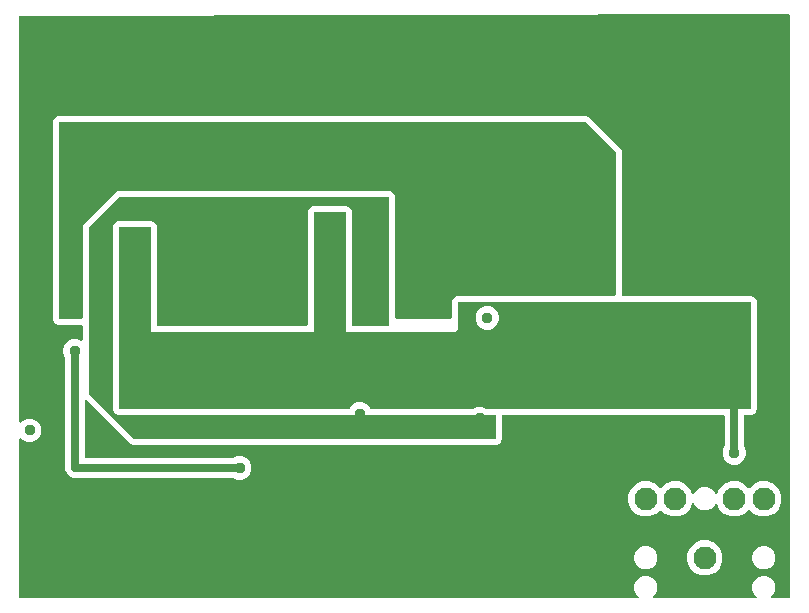
<source format=gbr>
G04 EAGLE Gerber RS-274X export*
G75*
%MOMM*%
%FSLAX34Y34*%
%LPD*%
%INEAGLE Copper Layer 15*%
%IPPOS*%
%AMOC8*
5,1,8,0,0,1.08239X$1,22.5*%
G01*
%ADD10C,1.950000*%
%ADD11C,0.952500*%
%ADD12C,0.635000*%
%ADD13C,0.762000*%

G36*
X527193Y3815D02*
X527193Y3815D01*
X527222Y3812D01*
X527333Y3835D01*
X527445Y3851D01*
X527472Y3863D01*
X527501Y3868D01*
X527602Y3921D01*
X527705Y3967D01*
X527727Y3986D01*
X527753Y3999D01*
X527835Y4077D01*
X527922Y4150D01*
X527938Y4175D01*
X527959Y4195D01*
X528016Y4293D01*
X528079Y4387D01*
X528088Y4415D01*
X528103Y4440D01*
X528131Y4550D01*
X528165Y4658D01*
X528166Y4688D01*
X528173Y4716D01*
X528169Y4829D01*
X528172Y4942D01*
X528165Y4971D01*
X528164Y5000D01*
X528129Y5108D01*
X528101Y5217D01*
X528086Y5243D01*
X528077Y5271D01*
X528031Y5334D01*
X527955Y5462D01*
X527910Y5505D01*
X527882Y5544D01*
X525883Y7543D01*
X524389Y11149D01*
X524389Y15051D01*
X525883Y18657D01*
X528643Y21417D01*
X532249Y22911D01*
X536151Y22911D01*
X539757Y21417D01*
X542517Y18657D01*
X544011Y15051D01*
X544011Y11149D01*
X542517Y7543D01*
X540518Y5544D01*
X540501Y5520D01*
X540478Y5501D01*
X540416Y5407D01*
X540347Y5317D01*
X540337Y5289D01*
X540321Y5265D01*
X540286Y5157D01*
X540246Y5051D01*
X540244Y5022D01*
X540235Y4994D01*
X540232Y4880D01*
X540223Y4768D01*
X540228Y4739D01*
X540228Y4710D01*
X540256Y4600D01*
X540279Y4489D01*
X540292Y4463D01*
X540299Y4435D01*
X540357Y4337D01*
X540410Y4237D01*
X540430Y4215D01*
X540445Y4190D01*
X540527Y4113D01*
X540605Y4031D01*
X540631Y4016D01*
X540652Y3996D01*
X540753Y3944D01*
X540851Y3887D01*
X540879Y3880D01*
X540905Y3866D01*
X540982Y3853D01*
X541126Y3817D01*
X541189Y3819D01*
X541236Y3811D01*
X627164Y3811D01*
X627193Y3815D01*
X627222Y3812D01*
X627333Y3835D01*
X627445Y3851D01*
X627472Y3863D01*
X627501Y3868D01*
X627602Y3921D01*
X627705Y3967D01*
X627727Y3986D01*
X627753Y3999D01*
X627835Y4077D01*
X627922Y4150D01*
X627938Y4175D01*
X627959Y4195D01*
X628016Y4293D01*
X628079Y4387D01*
X628088Y4415D01*
X628103Y4440D01*
X628131Y4550D01*
X628165Y4658D01*
X628166Y4688D01*
X628173Y4716D01*
X628169Y4829D01*
X628172Y4942D01*
X628165Y4971D01*
X628164Y5000D01*
X628129Y5108D01*
X628101Y5217D01*
X628086Y5243D01*
X628077Y5271D01*
X628031Y5334D01*
X627955Y5462D01*
X627910Y5505D01*
X627882Y5544D01*
X625883Y7543D01*
X624389Y11149D01*
X624389Y15051D01*
X625883Y18657D01*
X628643Y21417D01*
X632249Y22911D01*
X636151Y22911D01*
X639757Y21417D01*
X642517Y18657D01*
X644011Y15051D01*
X644011Y11149D01*
X642517Y7543D01*
X640518Y5544D01*
X640501Y5520D01*
X640478Y5501D01*
X640416Y5407D01*
X640347Y5317D01*
X640337Y5289D01*
X640321Y5265D01*
X640286Y5157D01*
X640246Y5051D01*
X640244Y5022D01*
X640235Y4994D01*
X640232Y4880D01*
X640223Y4768D01*
X640228Y4739D01*
X640228Y4710D01*
X640256Y4600D01*
X640279Y4489D01*
X640292Y4463D01*
X640299Y4435D01*
X640357Y4337D01*
X640410Y4237D01*
X640430Y4215D01*
X640445Y4190D01*
X640527Y4113D01*
X640605Y4031D01*
X640631Y4016D01*
X640652Y3996D01*
X640753Y3944D01*
X640851Y3887D01*
X640879Y3880D01*
X640905Y3866D01*
X640982Y3853D01*
X641126Y3817D01*
X641189Y3819D01*
X641236Y3811D01*
X655374Y3811D01*
X655432Y3819D01*
X655490Y3817D01*
X655572Y3839D01*
X655656Y3851D01*
X655709Y3874D01*
X655765Y3889D01*
X655838Y3932D01*
X655915Y3967D01*
X655960Y4005D01*
X656010Y4034D01*
X656068Y4096D01*
X656132Y4150D01*
X656164Y4199D01*
X656204Y4242D01*
X656243Y4317D01*
X656290Y4387D01*
X656307Y4443D01*
X656334Y4495D01*
X656345Y4563D01*
X656375Y4658D01*
X656378Y4758D01*
X656389Y4826D01*
X656389Y497325D01*
X656381Y497384D01*
X656382Y497443D01*
X656361Y497524D01*
X656349Y497606D01*
X656325Y497660D01*
X656310Y497718D01*
X656267Y497790D01*
X656233Y497866D01*
X656195Y497911D01*
X656164Y497962D01*
X656103Y498019D01*
X656050Y498083D01*
X656000Y498116D01*
X655957Y498156D01*
X655882Y498194D01*
X655813Y498240D01*
X655756Y498258D01*
X655703Y498285D01*
X655636Y498296D01*
X655542Y498326D01*
X655441Y498329D01*
X655372Y498340D01*
X4824Y497089D01*
X4767Y497080D01*
X4710Y497082D01*
X4627Y497060D01*
X4543Y497048D01*
X4490Y497025D01*
X4435Y497010D01*
X4361Y496967D01*
X4283Y496931D01*
X4240Y496894D01*
X4190Y496865D01*
X4132Y496803D01*
X4067Y496747D01*
X4035Y496699D01*
X3996Y496657D01*
X3957Y496582D01*
X3910Y496510D01*
X3892Y496455D01*
X3866Y496404D01*
X3855Y496336D01*
X3824Y496239D01*
X3822Y496141D01*
X3811Y496073D01*
X3811Y153532D01*
X3815Y153503D01*
X3812Y153474D01*
X3835Y153363D01*
X3851Y153251D01*
X3863Y153224D01*
X3868Y153195D01*
X3921Y153094D01*
X3967Y152991D01*
X3986Y152969D01*
X3999Y152943D01*
X4077Y152861D01*
X4150Y152774D01*
X4175Y152758D01*
X4195Y152737D01*
X4293Y152680D01*
X4387Y152617D01*
X4415Y152608D01*
X4440Y152593D01*
X4550Y152565D01*
X4658Y152531D01*
X4688Y152530D01*
X4716Y152523D01*
X4829Y152527D01*
X4942Y152524D01*
X4971Y152531D01*
X5000Y152532D01*
X5108Y152567D01*
X5217Y152595D01*
X5243Y152610D01*
X5271Y152619D01*
X5335Y152665D01*
X5462Y152741D01*
X5505Y152786D01*
X5544Y152814D01*
X7124Y154395D01*
X10742Y155893D01*
X14658Y155893D01*
X18276Y154395D01*
X21045Y151626D01*
X22543Y148008D01*
X22543Y144092D01*
X21045Y140474D01*
X18276Y137705D01*
X14658Y136207D01*
X10742Y136207D01*
X7124Y137705D01*
X5544Y139286D01*
X5520Y139303D01*
X5501Y139326D01*
X5407Y139388D01*
X5317Y139457D01*
X5289Y139467D01*
X5265Y139483D01*
X5157Y139517D01*
X5051Y139558D01*
X5022Y139560D01*
X4994Y139569D01*
X4880Y139572D01*
X4768Y139581D01*
X4739Y139576D01*
X4710Y139576D01*
X4600Y139548D01*
X4489Y139525D01*
X4463Y139512D01*
X4435Y139505D01*
X4337Y139447D01*
X4237Y139395D01*
X4215Y139374D01*
X4190Y139359D01*
X4113Y139277D01*
X4031Y139199D01*
X4016Y139173D01*
X3996Y139152D01*
X3944Y139051D01*
X3887Y138953D01*
X3880Y138925D01*
X3866Y138899D01*
X3853Y138822D01*
X3817Y138678D01*
X3819Y138615D01*
X3811Y138568D01*
X3811Y4826D01*
X3819Y4768D01*
X3817Y4710D01*
X3839Y4628D01*
X3851Y4544D01*
X3874Y4491D01*
X3889Y4435D01*
X3932Y4362D01*
X3967Y4285D01*
X4005Y4240D01*
X4034Y4190D01*
X4096Y4132D01*
X4150Y4068D01*
X4199Y4036D01*
X4242Y3996D01*
X4317Y3957D01*
X4387Y3910D01*
X4443Y3893D01*
X4495Y3866D01*
X4563Y3855D01*
X4658Y3825D01*
X4758Y3822D01*
X4826Y3811D01*
X527164Y3811D01*
X527193Y3815D01*
G37*
%LPC*%
G36*
X188542Y104457D02*
X188542Y104457D01*
X184896Y105967D01*
X184866Y105975D01*
X184839Y105989D01*
X184761Y106002D01*
X184621Y106038D01*
X184556Y106036D01*
X184508Y106044D01*
X49158Y106044D01*
X46123Y107301D01*
X43801Y109623D01*
X42544Y112658D01*
X42544Y207328D01*
X42540Y207358D01*
X42542Y207389D01*
X42525Y207466D01*
X42504Y207609D01*
X42478Y207668D01*
X42467Y207716D01*
X40957Y211362D01*
X40957Y215278D01*
X42455Y218896D01*
X45224Y221665D01*
X48842Y223163D01*
X52758Y223163D01*
X55999Y221821D01*
X56111Y221792D01*
X56220Y221757D01*
X56248Y221757D01*
X56275Y221750D01*
X56389Y221753D01*
X56504Y221750D01*
X56531Y221757D01*
X56559Y221758D01*
X56668Y221793D01*
X56779Y221822D01*
X56803Y221836D01*
X56830Y221844D01*
X56925Y221908D01*
X57024Y221967D01*
X57043Y221987D01*
X57066Y222003D01*
X57140Y222091D01*
X57218Y222174D01*
X57231Y222199D01*
X57249Y222220D01*
X57296Y222325D01*
X57348Y222427D01*
X57352Y222452D01*
X57364Y222480D01*
X57401Y222744D01*
X57403Y222759D01*
X57403Y234188D01*
X57395Y234246D01*
X57397Y234304D01*
X57375Y234386D01*
X57363Y234470D01*
X57340Y234523D01*
X57325Y234579D01*
X57282Y234652D01*
X57247Y234729D01*
X57209Y234774D01*
X57180Y234824D01*
X57118Y234882D01*
X57064Y234946D01*
X57015Y234978D01*
X56972Y235018D01*
X56897Y235057D01*
X56827Y235104D01*
X56771Y235121D01*
X56719Y235148D01*
X56651Y235159D01*
X56556Y235189D01*
X56456Y235192D01*
X56388Y235203D01*
X36887Y235203D01*
X34646Y236131D01*
X32931Y237846D01*
X32003Y240087D01*
X32003Y407613D01*
X32931Y409854D01*
X34646Y411569D01*
X36887Y412497D01*
X483813Y412497D01*
X486054Y411569D01*
X513169Y384454D01*
X514097Y382213D01*
X514097Y261112D01*
X514105Y261054D01*
X514103Y260996D01*
X514125Y260914D01*
X514137Y260830D01*
X514160Y260777D01*
X514175Y260721D01*
X514218Y260648D01*
X514253Y260571D01*
X514291Y260526D01*
X514320Y260476D01*
X514382Y260418D01*
X514436Y260354D01*
X514485Y260322D01*
X514528Y260282D01*
X514603Y260243D01*
X514673Y260196D01*
X514729Y260179D01*
X514781Y260152D01*
X514849Y260141D01*
X514944Y260111D01*
X515044Y260108D01*
X515112Y260097D01*
X623513Y260097D01*
X625754Y259169D01*
X627469Y257454D01*
X628397Y255213D01*
X628397Y163992D01*
X627469Y161751D01*
X625754Y160036D01*
X623513Y159108D01*
X618471Y159108D01*
X618413Y159100D01*
X618355Y159102D01*
X618273Y159080D01*
X618189Y159068D01*
X618136Y159044D01*
X618080Y159030D01*
X618007Y158987D01*
X617930Y158952D01*
X617885Y158914D01*
X617835Y158884D01*
X617777Y158823D01*
X617713Y158768D01*
X617681Y158720D01*
X617641Y158677D01*
X617602Y158602D01*
X617555Y158532D01*
X617538Y158476D01*
X617511Y158424D01*
X617500Y158356D01*
X617470Y158261D01*
X617467Y158161D01*
X617456Y158093D01*
X617456Y132992D01*
X617460Y132962D01*
X617458Y132931D01*
X617475Y132854D01*
X617496Y132711D01*
X617522Y132652D01*
X617533Y132604D01*
X619043Y128958D01*
X619043Y125042D01*
X617545Y121424D01*
X614776Y118655D01*
X611158Y117157D01*
X607242Y117157D01*
X603624Y118655D01*
X600855Y121424D01*
X599357Y125042D01*
X599357Y128958D01*
X600867Y132604D01*
X600875Y132634D01*
X600889Y132661D01*
X600902Y132739D01*
X600938Y132879D01*
X600936Y132944D01*
X600944Y132992D01*
X600944Y158093D01*
X600936Y158151D01*
X600938Y158209D01*
X600916Y158291D01*
X600904Y158374D01*
X600881Y158428D01*
X600866Y158484D01*
X600823Y158557D01*
X600788Y158634D01*
X600750Y158679D01*
X600721Y158729D01*
X600659Y158787D01*
X600605Y158851D01*
X600556Y158883D01*
X600513Y158923D01*
X600438Y158962D01*
X600368Y159008D01*
X600312Y159026D01*
X600260Y159053D01*
X600192Y159064D01*
X600097Y159094D01*
X599997Y159097D01*
X599929Y159108D01*
X413512Y159108D01*
X413454Y159100D01*
X413396Y159102D01*
X413314Y159080D01*
X413230Y159068D01*
X413177Y159044D01*
X413121Y159030D01*
X413048Y158987D01*
X412971Y158952D01*
X412926Y158914D01*
X412876Y158884D01*
X412818Y158823D01*
X412754Y158768D01*
X412722Y158720D01*
X412682Y158677D01*
X412643Y158602D01*
X412596Y158532D01*
X412579Y158476D01*
X412552Y158424D01*
X412541Y158356D01*
X412511Y158261D01*
X412508Y158161D01*
X412497Y158093D01*
X412497Y138487D01*
X411569Y136246D01*
X409854Y134531D01*
X407613Y133603D01*
X100387Y133603D01*
X98146Y134531D01*
X60789Y171889D01*
X60765Y171907D01*
X60746Y171929D01*
X60652Y171992D01*
X60562Y172060D01*
X60534Y172070D01*
X60510Y172087D01*
X60402Y172121D01*
X60296Y172161D01*
X60267Y172164D01*
X60239Y172172D01*
X60125Y172175D01*
X60013Y172185D01*
X59984Y172179D01*
X59955Y172180D01*
X59845Y172151D01*
X59734Y172129D01*
X59708Y172115D01*
X59680Y172108D01*
X59582Y172050D01*
X59482Y171998D01*
X59460Y171978D01*
X59435Y171963D01*
X59358Y171880D01*
X59276Y171802D01*
X59261Y171777D01*
X59241Y171755D01*
X59189Y171655D01*
X59132Y171557D01*
X59125Y171528D01*
X59111Y171502D01*
X59098Y171425D01*
X59062Y171281D01*
X59064Y171219D01*
X59056Y171171D01*
X59056Y123571D01*
X59063Y123519D01*
X59062Y123494D01*
X59063Y123490D01*
X59062Y123455D01*
X59084Y123373D01*
X59096Y123289D01*
X59119Y123236D01*
X59134Y123180D01*
X59177Y123107D01*
X59212Y123030D01*
X59250Y122985D01*
X59279Y122935D01*
X59341Y122877D01*
X59395Y122813D01*
X59444Y122781D01*
X59487Y122741D01*
X59562Y122702D01*
X59632Y122655D01*
X59688Y122638D01*
X59740Y122611D01*
X59808Y122600D01*
X59903Y122570D01*
X60003Y122567D01*
X60071Y122556D01*
X184508Y122556D01*
X184538Y122560D01*
X184569Y122558D01*
X184646Y122575D01*
X184789Y122596D01*
X184848Y122622D01*
X184896Y122633D01*
X188542Y124143D01*
X192458Y124143D01*
X196076Y122645D01*
X198845Y119876D01*
X200343Y116258D01*
X200343Y112342D01*
X198845Y108724D01*
X196076Y105955D01*
X192458Y104457D01*
X188542Y104457D01*
G37*
%LPD*%
G36*
X56446Y240293D02*
X56446Y240293D01*
X56504Y240291D01*
X56586Y240313D01*
X56670Y240325D01*
X56723Y240349D01*
X56779Y240363D01*
X56852Y240406D01*
X56929Y240441D01*
X56974Y240479D01*
X57024Y240509D01*
X57082Y240570D01*
X57146Y240625D01*
X57178Y240673D01*
X57218Y240716D01*
X57257Y240791D01*
X57304Y240861D01*
X57321Y240917D01*
X57348Y240969D01*
X57359Y241037D01*
X57389Y241132D01*
X57392Y241232D01*
X57403Y241300D01*
X57403Y318713D01*
X58331Y320954D01*
X83589Y346211D01*
X85446Y348069D01*
X87687Y348997D01*
X317443Y348997D01*
X319684Y348069D01*
X321399Y346354D01*
X322327Y344113D01*
X322327Y241300D01*
X322335Y241242D01*
X322333Y241184D01*
X322355Y241102D01*
X322367Y241019D01*
X322390Y240965D01*
X322405Y240909D01*
X322448Y240836D01*
X322483Y240759D01*
X322521Y240714D01*
X322550Y240664D01*
X322612Y240606D01*
X322666Y240542D01*
X322715Y240510D01*
X322758Y240470D01*
X322833Y240431D01*
X322903Y240385D01*
X322959Y240367D01*
X323011Y240340D01*
X323079Y240329D01*
X323174Y240299D01*
X323274Y240296D01*
X323342Y240285D01*
X368885Y240285D01*
X368939Y240292D01*
X368994Y240291D01*
X369079Y240312D01*
X369166Y240325D01*
X369216Y240347D01*
X369269Y240360D01*
X369345Y240405D01*
X369426Y240441D01*
X369467Y240476D01*
X369515Y240504D01*
X369575Y240568D01*
X369643Y240625D01*
X369673Y240670D01*
X369711Y240710D01*
X369751Y240788D01*
X369800Y240861D01*
X369817Y240913D01*
X369842Y240962D01*
X369854Y241032D01*
X369886Y241132D01*
X369888Y241227D01*
X369900Y241292D01*
X369996Y254021D01*
X369996Y254025D01*
X369996Y254029D01*
X369996Y255237D01*
X370468Y256350D01*
X370469Y256355D01*
X370471Y256358D01*
X370934Y257476D01*
X371795Y258324D01*
X371798Y258328D01*
X371801Y258330D01*
X372657Y259186D01*
X373777Y259640D01*
X373781Y259642D01*
X373785Y259643D01*
X374903Y260106D01*
X376112Y260097D01*
X376117Y260097D01*
X376120Y260097D01*
X508000Y260097D01*
X508058Y260105D01*
X508116Y260103D01*
X508198Y260125D01*
X508282Y260137D01*
X508335Y260160D01*
X508391Y260175D01*
X508464Y260218D01*
X508541Y260253D01*
X508586Y260291D01*
X508636Y260320D01*
X508694Y260382D01*
X508758Y260436D01*
X508790Y260485D01*
X508830Y260528D01*
X508869Y260603D01*
X508916Y260673D01*
X508933Y260729D01*
X508960Y260781D01*
X508971Y260849D01*
X509001Y260944D01*
X509004Y261044D01*
X509015Y261112D01*
X509015Y381000D01*
X509003Y381087D01*
X509000Y381174D01*
X508983Y381227D01*
X508975Y381282D01*
X508940Y381361D01*
X508913Y381445D01*
X508885Y381484D01*
X508859Y381541D01*
X508763Y381654D01*
X508718Y381718D01*
X483318Y407118D01*
X483248Y407170D01*
X483184Y407230D01*
X483135Y407256D01*
X483091Y407289D01*
X483009Y407320D01*
X482931Y407360D01*
X482884Y407368D01*
X482825Y407390D01*
X482677Y407402D01*
X482600Y407415D01*
X38100Y407415D01*
X38042Y407407D01*
X37984Y407409D01*
X37902Y407387D01*
X37819Y407375D01*
X37765Y407352D01*
X37709Y407337D01*
X37636Y407294D01*
X37559Y407259D01*
X37514Y407221D01*
X37464Y407192D01*
X37406Y407130D01*
X37342Y407076D01*
X37310Y407027D01*
X37270Y406984D01*
X37231Y406909D01*
X37185Y406839D01*
X37167Y406783D01*
X37140Y406731D01*
X37129Y406663D01*
X37099Y406568D01*
X37096Y406468D01*
X37085Y406400D01*
X37085Y241300D01*
X37093Y241242D01*
X37091Y241184D01*
X37113Y241102D01*
X37125Y241019D01*
X37149Y240965D01*
X37163Y240909D01*
X37206Y240836D01*
X37241Y240759D01*
X37279Y240714D01*
X37309Y240664D01*
X37370Y240606D01*
X37425Y240542D01*
X37473Y240510D01*
X37516Y240470D01*
X37591Y240431D01*
X37661Y240385D01*
X37717Y240367D01*
X37769Y240340D01*
X37837Y240329D01*
X37932Y240299D01*
X38032Y240296D01*
X38100Y240285D01*
X56388Y240285D01*
X56446Y240293D01*
G37*
G36*
X282496Y164190D02*
X282496Y164190D01*
X282498Y164190D01*
X282638Y164210D01*
X282776Y164230D01*
X282777Y164230D01*
X282779Y164230D01*
X282907Y164288D01*
X283035Y164346D01*
X283037Y164347D01*
X283038Y164348D01*
X283145Y164439D01*
X283252Y164529D01*
X283253Y164531D01*
X283255Y164532D01*
X283263Y164545D01*
X283410Y164766D01*
X283419Y164795D01*
X283433Y164816D01*
X283755Y165596D01*
X286524Y168365D01*
X290142Y169863D01*
X294058Y169863D01*
X297676Y168365D01*
X300445Y165596D01*
X300767Y164816D01*
X300768Y164815D01*
X300769Y164814D01*
X300840Y164693D01*
X300912Y164572D01*
X300913Y164571D01*
X300914Y164569D01*
X301018Y164472D01*
X301119Y164376D01*
X301120Y164376D01*
X301121Y164375D01*
X301247Y164310D01*
X301371Y164246D01*
X301373Y164246D01*
X301374Y164245D01*
X301389Y164243D01*
X301650Y164191D01*
X301681Y164194D01*
X301705Y164190D01*
X387339Y164190D01*
X387425Y164202D01*
X387513Y164205D01*
X387565Y164222D01*
X387620Y164230D01*
X387700Y164265D01*
X387783Y164292D01*
X387823Y164320D01*
X387880Y164346D01*
X387993Y164442D01*
X388057Y164487D01*
X388124Y164555D01*
X391742Y166053D01*
X395658Y166053D01*
X399276Y164555D01*
X399343Y164487D01*
X399413Y164435D01*
X399477Y164375D01*
X399526Y164349D01*
X399571Y164316D01*
X399652Y164285D01*
X399730Y164245D01*
X399778Y164237D01*
X399836Y164215D01*
X399984Y164203D01*
X400061Y164190D01*
X622300Y164190D01*
X622358Y164198D01*
X622416Y164196D01*
X622498Y164218D01*
X622582Y164230D01*
X622635Y164253D01*
X622691Y164268D01*
X622764Y164311D01*
X622841Y164346D01*
X622886Y164384D01*
X622936Y164413D01*
X622994Y164475D01*
X623058Y164529D01*
X623090Y164578D01*
X623130Y164621D01*
X623169Y164696D01*
X623216Y164766D01*
X623233Y164822D01*
X623260Y164874D01*
X623271Y164942D01*
X623301Y165037D01*
X623304Y165137D01*
X623315Y165205D01*
X623315Y254000D01*
X623307Y254058D01*
X623309Y254116D01*
X623287Y254198D01*
X623275Y254282D01*
X623252Y254335D01*
X623237Y254391D01*
X623194Y254464D01*
X623159Y254541D01*
X623121Y254586D01*
X623092Y254636D01*
X623030Y254694D01*
X622976Y254758D01*
X622927Y254790D01*
X622884Y254830D01*
X622809Y254869D01*
X622739Y254916D01*
X622683Y254933D01*
X622631Y254960D01*
X622563Y254971D01*
X622468Y255001D01*
X622368Y255004D01*
X622300Y255015D01*
X376093Y255015D01*
X376039Y255008D01*
X375985Y255009D01*
X375899Y254988D01*
X375812Y254975D01*
X375762Y254953D01*
X375709Y254940D01*
X375633Y254895D01*
X375552Y254859D01*
X375511Y254824D01*
X375463Y254796D01*
X375403Y254732D01*
X375335Y254676D01*
X375305Y254630D01*
X375267Y254590D01*
X375227Y254512D01*
X375178Y254439D01*
X375161Y254387D01*
X375136Y254338D01*
X375124Y254268D01*
X375092Y254168D01*
X375090Y254073D01*
X375078Y254008D01*
X374908Y231564D01*
X372960Y229615D01*
X280415Y229615D01*
X280415Y330200D01*
X280407Y330258D01*
X280409Y330316D01*
X280387Y330398D01*
X280375Y330482D01*
X280352Y330535D01*
X280337Y330591D01*
X280294Y330664D01*
X280259Y330741D01*
X280221Y330786D01*
X280192Y330836D01*
X280130Y330894D01*
X280076Y330958D01*
X280027Y330990D01*
X279984Y331030D01*
X279909Y331069D01*
X279839Y331116D01*
X279783Y331133D01*
X279731Y331160D01*
X279663Y331171D01*
X279568Y331201D01*
X279468Y331204D01*
X279400Y331215D01*
X254000Y331215D01*
X253942Y331207D01*
X253884Y331209D01*
X253802Y331187D01*
X253719Y331175D01*
X253665Y331152D01*
X253609Y331137D01*
X253536Y331094D01*
X253459Y331059D01*
X253414Y331021D01*
X253364Y330992D01*
X253306Y330930D01*
X253242Y330876D01*
X253210Y330827D01*
X253170Y330784D01*
X253131Y330709D01*
X253085Y330639D01*
X253067Y330583D01*
X253040Y330531D01*
X253029Y330463D01*
X252999Y330368D01*
X252996Y330268D01*
X252985Y330200D01*
X252985Y229615D01*
X115315Y229615D01*
X115315Y317500D01*
X115307Y317557D01*
X115309Y317609D01*
X115308Y317610D01*
X115309Y317616D01*
X115287Y317698D01*
X115275Y317782D01*
X115252Y317835D01*
X115237Y317891D01*
X115194Y317964D01*
X115159Y318041D01*
X115121Y318086D01*
X115092Y318136D01*
X115030Y318194D01*
X114976Y318258D01*
X114927Y318290D01*
X114884Y318330D01*
X114809Y318369D01*
X114739Y318416D01*
X114683Y318433D01*
X114631Y318460D01*
X114563Y318471D01*
X114468Y318501D01*
X114368Y318504D01*
X114300Y318515D01*
X88900Y318515D01*
X88842Y318507D01*
X88784Y318509D01*
X88702Y318487D01*
X88619Y318475D01*
X88565Y318452D01*
X88509Y318437D01*
X88436Y318394D01*
X88359Y318359D01*
X88314Y318321D01*
X88264Y318292D01*
X88206Y318230D01*
X88142Y318176D01*
X88110Y318127D01*
X88070Y318084D01*
X88031Y318009D01*
X87985Y317939D01*
X87967Y317883D01*
X87940Y317831D01*
X87929Y317763D01*
X87899Y317668D01*
X87896Y317568D01*
X87885Y317500D01*
X87885Y165205D01*
X87893Y165147D01*
X87891Y165089D01*
X87913Y165007D01*
X87925Y164923D01*
X87949Y164870D01*
X87963Y164814D01*
X88006Y164741D01*
X88041Y164664D01*
X88079Y164619D01*
X88109Y164569D01*
X88170Y164511D01*
X88225Y164447D01*
X88273Y164415D01*
X88316Y164375D01*
X88391Y164336D01*
X88461Y164289D01*
X88517Y164272D01*
X88569Y164245D01*
X88637Y164234D01*
X88732Y164204D01*
X88832Y164201D01*
X88900Y164190D01*
X282495Y164190D01*
X282496Y164190D01*
G37*
G36*
X406458Y138693D02*
X406458Y138693D01*
X406516Y138691D01*
X406598Y138713D01*
X406682Y138725D01*
X406735Y138749D01*
X406791Y138763D01*
X406864Y138806D01*
X406941Y138841D01*
X406986Y138879D01*
X407036Y138909D01*
X407094Y138970D01*
X407158Y139025D01*
X407190Y139073D01*
X407230Y139116D01*
X407269Y139191D01*
X407316Y139261D01*
X407333Y139317D01*
X407360Y139369D01*
X407371Y139437D01*
X407401Y139532D01*
X407404Y139632D01*
X407415Y139700D01*
X407415Y158093D01*
X407407Y158151D01*
X407409Y158209D01*
X407387Y158291D01*
X407375Y158374D01*
X407351Y158428D01*
X407337Y158484D01*
X407294Y158557D01*
X407259Y158634D01*
X407221Y158679D01*
X407191Y158729D01*
X407130Y158787D01*
X407075Y158851D01*
X407027Y158883D01*
X406984Y158923D01*
X406909Y158962D01*
X406839Y159008D01*
X406783Y159026D01*
X406731Y159053D01*
X406663Y159064D01*
X406568Y159094D01*
X406468Y159097D01*
X406400Y159108D01*
X87687Y159108D01*
X85446Y160036D01*
X83731Y161751D01*
X82803Y163992D01*
X82803Y318713D01*
X83731Y320954D01*
X85446Y322669D01*
X87687Y323597D01*
X115513Y323597D01*
X117754Y322669D01*
X119469Y320954D01*
X120397Y318713D01*
X120397Y235712D01*
X120405Y235654D01*
X120403Y235596D01*
X120425Y235514D01*
X120437Y235430D01*
X120460Y235377D01*
X120475Y235321D01*
X120518Y235248D01*
X120553Y235171D01*
X120591Y235126D01*
X120620Y235076D01*
X120682Y235018D01*
X120736Y234954D01*
X120785Y234922D01*
X120828Y234882D01*
X120903Y234843D01*
X120973Y234796D01*
X121029Y234779D01*
X121081Y234752D01*
X121149Y234741D01*
X121244Y234711D01*
X121344Y234708D01*
X121412Y234697D01*
X246888Y234697D01*
X246946Y234705D01*
X247004Y234703D01*
X247086Y234725D01*
X247170Y234737D01*
X247223Y234760D01*
X247279Y234775D01*
X247352Y234818D01*
X247429Y234853D01*
X247474Y234891D01*
X247524Y234920D01*
X247582Y234982D01*
X247646Y235036D01*
X247678Y235085D01*
X247718Y235128D01*
X247757Y235203D01*
X247804Y235273D01*
X247821Y235329D01*
X247848Y235381D01*
X247859Y235449D01*
X247889Y235544D01*
X247892Y235644D01*
X247903Y235712D01*
X247903Y331413D01*
X248831Y333654D01*
X250546Y335369D01*
X252787Y336297D01*
X280613Y336297D01*
X282854Y335369D01*
X284569Y333654D01*
X285497Y331413D01*
X285497Y235712D01*
X285505Y235654D01*
X285503Y235596D01*
X285525Y235514D01*
X285537Y235430D01*
X285560Y235377D01*
X285575Y235321D01*
X285618Y235248D01*
X285653Y235171D01*
X285691Y235126D01*
X285720Y235076D01*
X285782Y235018D01*
X285836Y234954D01*
X285885Y234922D01*
X285928Y234882D01*
X286003Y234843D01*
X286073Y234796D01*
X286129Y234779D01*
X286181Y234752D01*
X286249Y234741D01*
X286344Y234711D01*
X286444Y234708D01*
X286512Y234697D01*
X316230Y234697D01*
X316288Y234705D01*
X316346Y234703D01*
X316428Y234725D01*
X316512Y234737D01*
X316565Y234760D01*
X316621Y234775D01*
X316694Y234818D01*
X316771Y234853D01*
X316816Y234891D01*
X316866Y234920D01*
X316924Y234982D01*
X316988Y235036D01*
X317020Y235085D01*
X317060Y235128D01*
X317099Y235203D01*
X317146Y235273D01*
X317163Y235329D01*
X317190Y235381D01*
X317201Y235449D01*
X317231Y235544D01*
X317234Y235644D01*
X317245Y235712D01*
X317245Y342900D01*
X317237Y342958D01*
X317239Y343016D01*
X317217Y343098D01*
X317205Y343182D01*
X317182Y343235D01*
X317167Y343291D01*
X317124Y343364D01*
X317089Y343441D01*
X317051Y343486D01*
X317022Y343536D01*
X316960Y343594D01*
X316906Y343658D01*
X316857Y343690D01*
X316814Y343730D01*
X316739Y343769D01*
X316669Y343816D01*
X316613Y343833D01*
X316561Y343860D01*
X316493Y343871D01*
X316398Y343901D01*
X316298Y343904D01*
X316230Y343915D01*
X88900Y343915D01*
X88813Y343903D01*
X88726Y343900D01*
X88673Y343883D01*
X88619Y343875D01*
X88539Y343840D01*
X88455Y343813D01*
X88416Y343785D01*
X88359Y343759D01*
X88246Y343663D01*
X88182Y343618D01*
X62782Y318218D01*
X62730Y318148D01*
X62670Y318084D01*
X62644Y318035D01*
X62611Y317991D01*
X62580Y317909D01*
X62540Y317831D01*
X62532Y317784D01*
X62510Y317725D01*
X62498Y317577D01*
X62485Y317500D01*
X62485Y177800D01*
X62497Y177713D01*
X62500Y177626D01*
X62517Y177573D01*
X62525Y177519D01*
X62560Y177439D01*
X62587Y177355D01*
X62615Y177316D01*
X62641Y177259D01*
X62737Y177146D01*
X62782Y177082D01*
X100882Y138982D01*
X100952Y138930D01*
X101016Y138870D01*
X101065Y138844D01*
X101109Y138811D01*
X101191Y138780D01*
X101269Y138740D01*
X101317Y138732D01*
X101375Y138710D01*
X101523Y138698D01*
X101600Y138685D01*
X406400Y138685D01*
X406458Y138693D01*
G37*
%LPC*%
G36*
X531250Y73269D02*
X531250Y73269D01*
X525799Y75527D01*
X521627Y79699D01*
X519369Y85150D01*
X519369Y91050D01*
X521627Y96501D01*
X525799Y100673D01*
X531250Y102931D01*
X537150Y102931D01*
X542601Y100673D01*
X545982Y97292D01*
X546029Y97257D01*
X546069Y97214D01*
X546142Y97171D01*
X546209Y97121D01*
X546264Y97100D01*
X546314Y97070D01*
X546396Y97050D01*
X546475Y97020D01*
X546533Y97015D01*
X546590Y97000D01*
X546674Y97003D01*
X546758Y96996D01*
X546816Y97008D01*
X546874Y97009D01*
X546954Y97035D01*
X547037Y97052D01*
X547089Y97079D01*
X547145Y97097D01*
X547201Y97137D01*
X547289Y97183D01*
X547362Y97252D01*
X547418Y97292D01*
X550799Y100673D01*
X556250Y102931D01*
X562150Y102931D01*
X567601Y100673D01*
X571773Y96501D01*
X573479Y92382D01*
X573494Y92357D01*
X573503Y92329D01*
X573566Y92235D01*
X573623Y92138D01*
X573645Y92117D01*
X573661Y92093D01*
X573748Y92020D01*
X573830Y91942D01*
X573856Y91929D01*
X573879Y91910D01*
X573982Y91864D01*
X574083Y91812D01*
X574112Y91806D01*
X574138Y91795D01*
X574251Y91779D01*
X574362Y91757D01*
X574391Y91760D01*
X574420Y91756D01*
X574532Y91772D01*
X574645Y91782D01*
X574672Y91792D01*
X574701Y91796D01*
X574804Y91843D01*
X574910Y91884D01*
X574934Y91901D01*
X574960Y91913D01*
X575047Y91987D01*
X575137Y92055D01*
X575154Y92079D01*
X575177Y92098D01*
X575218Y92164D01*
X575307Y92283D01*
X575329Y92342D01*
X575355Y92382D01*
X575883Y93657D01*
X578643Y96417D01*
X582249Y97911D01*
X586151Y97911D01*
X589757Y96417D01*
X592517Y93657D01*
X593045Y92382D01*
X593060Y92357D01*
X593069Y92329D01*
X593132Y92235D01*
X593190Y92138D01*
X593211Y92117D01*
X593227Y92093D01*
X593314Y92020D01*
X593396Y91942D01*
X593422Y91929D01*
X593445Y91910D01*
X593549Y91864D01*
X593649Y91812D01*
X593678Y91806D01*
X593705Y91795D01*
X593817Y91779D01*
X593928Y91757D01*
X593957Y91760D01*
X593986Y91756D01*
X594099Y91772D01*
X594211Y91782D01*
X594239Y91792D01*
X594268Y91796D01*
X594371Y91843D01*
X594477Y91884D01*
X594500Y91901D01*
X594527Y91913D01*
X594613Y91987D01*
X594703Y92055D01*
X594721Y92079D01*
X594743Y92098D01*
X594785Y92164D01*
X594874Y92283D01*
X594896Y92342D01*
X594921Y92382D01*
X596627Y96501D01*
X600799Y100673D01*
X606250Y102931D01*
X612150Y102931D01*
X617601Y100673D01*
X620982Y97292D01*
X621029Y97257D01*
X621069Y97214D01*
X621142Y97171D01*
X621209Y97121D01*
X621264Y97100D01*
X621314Y97070D01*
X621396Y97050D01*
X621475Y97020D01*
X621533Y97015D01*
X621590Y97000D01*
X621674Y97003D01*
X621758Y96996D01*
X621816Y97008D01*
X621874Y97009D01*
X621954Y97035D01*
X622037Y97052D01*
X622089Y97079D01*
X622145Y97097D01*
X622201Y97137D01*
X622289Y97183D01*
X622362Y97252D01*
X622418Y97292D01*
X625799Y100673D01*
X631250Y102931D01*
X637150Y102931D01*
X642601Y100673D01*
X646773Y96501D01*
X649031Y91050D01*
X649031Y85150D01*
X646773Y79699D01*
X642601Y75527D01*
X637150Y73269D01*
X631250Y73269D01*
X625799Y75527D01*
X622418Y78908D01*
X622371Y78943D01*
X622331Y78986D01*
X622258Y79029D01*
X622191Y79079D01*
X622136Y79100D01*
X622086Y79130D01*
X622004Y79150D01*
X621925Y79180D01*
X621867Y79185D01*
X621810Y79200D01*
X621726Y79197D01*
X621642Y79204D01*
X621584Y79192D01*
X621526Y79191D01*
X621446Y79165D01*
X621363Y79148D01*
X621311Y79121D01*
X621255Y79103D01*
X621199Y79063D01*
X621111Y79017D01*
X621038Y78948D01*
X620982Y78908D01*
X617601Y75527D01*
X612150Y73269D01*
X606250Y73269D01*
X600799Y75527D01*
X596627Y79699D01*
X594921Y83818D01*
X594906Y83843D01*
X594897Y83871D01*
X594834Y83965D01*
X594777Y84062D01*
X594755Y84083D01*
X594739Y84107D01*
X594652Y84180D01*
X594570Y84258D01*
X594544Y84271D01*
X594521Y84290D01*
X594418Y84336D01*
X594317Y84388D01*
X594288Y84394D01*
X594262Y84405D01*
X594149Y84421D01*
X594038Y84443D01*
X594009Y84440D01*
X593980Y84444D01*
X593868Y84428D01*
X593755Y84418D01*
X593728Y84408D01*
X593699Y84404D01*
X593596Y84357D01*
X593490Y84316D01*
X593466Y84299D01*
X593440Y84287D01*
X593353Y84213D01*
X593263Y84145D01*
X593246Y84121D01*
X593223Y84102D01*
X593182Y84036D01*
X593093Y83917D01*
X593071Y83858D01*
X593045Y83818D01*
X592517Y82543D01*
X589757Y79783D01*
X586151Y78289D01*
X582249Y78289D01*
X578643Y79783D01*
X575883Y82543D01*
X575355Y83818D01*
X575340Y83843D01*
X575331Y83871D01*
X575268Y83965D01*
X575210Y84062D01*
X575189Y84083D01*
X575173Y84107D01*
X575086Y84180D01*
X575004Y84258D01*
X574978Y84271D01*
X574955Y84290D01*
X574851Y84336D01*
X574751Y84388D01*
X574722Y84394D01*
X574695Y84405D01*
X574583Y84421D01*
X574472Y84443D01*
X574443Y84440D01*
X574414Y84444D01*
X574301Y84428D01*
X574189Y84418D01*
X574161Y84408D01*
X574132Y84404D01*
X574029Y84357D01*
X573923Y84316D01*
X573900Y84299D01*
X573873Y84287D01*
X573787Y84213D01*
X573697Y84145D01*
X573679Y84121D01*
X573657Y84102D01*
X573615Y84036D01*
X573526Y83917D01*
X573504Y83858D01*
X573479Y83818D01*
X571773Y79699D01*
X567601Y75527D01*
X562150Y73269D01*
X556250Y73269D01*
X550799Y75527D01*
X547418Y78908D01*
X547371Y78943D01*
X547331Y78986D01*
X547258Y79029D01*
X547191Y79079D01*
X547136Y79100D01*
X547086Y79130D01*
X547004Y79150D01*
X546925Y79180D01*
X546867Y79185D01*
X546810Y79200D01*
X546726Y79197D01*
X546642Y79204D01*
X546584Y79192D01*
X546526Y79191D01*
X546446Y79165D01*
X546363Y79148D01*
X546311Y79121D01*
X546255Y79103D01*
X546199Y79063D01*
X546111Y79017D01*
X546038Y78948D01*
X545982Y78908D01*
X542601Y75527D01*
X537150Y73269D01*
X531250Y73269D01*
G37*
%LPD*%
%LPC*%
G36*
X581250Y23269D02*
X581250Y23269D01*
X575799Y25527D01*
X571627Y29699D01*
X569369Y35150D01*
X569369Y41050D01*
X571627Y46501D01*
X575799Y50673D01*
X581250Y52931D01*
X587150Y52931D01*
X592601Y50673D01*
X596773Y46501D01*
X599031Y41050D01*
X599031Y35150D01*
X596773Y29699D01*
X592601Y25527D01*
X587150Y23269D01*
X581250Y23269D01*
G37*
%LPD*%
%LPC*%
G36*
X398092Y231457D02*
X398092Y231457D01*
X394474Y232955D01*
X391705Y235724D01*
X390207Y239342D01*
X390207Y243258D01*
X391705Y246876D01*
X394474Y249645D01*
X398092Y251143D01*
X402008Y251143D01*
X405626Y249645D01*
X408395Y246876D01*
X409893Y243258D01*
X409893Y239342D01*
X408395Y235724D01*
X405626Y232955D01*
X402008Y231457D01*
X398092Y231457D01*
G37*
%LPD*%
%LPC*%
G36*
X632249Y28289D02*
X632249Y28289D01*
X628643Y29783D01*
X625883Y32543D01*
X624389Y36149D01*
X624389Y40051D01*
X625883Y43657D01*
X628643Y46417D01*
X632249Y47911D01*
X636151Y47911D01*
X639757Y46417D01*
X642517Y43657D01*
X644011Y40051D01*
X644011Y36149D01*
X642517Y32543D01*
X639757Y29783D01*
X636151Y28289D01*
X632249Y28289D01*
G37*
%LPD*%
%LPC*%
G36*
X532249Y28289D02*
X532249Y28289D01*
X528643Y29783D01*
X525883Y32543D01*
X524389Y36149D01*
X524389Y40051D01*
X525883Y43657D01*
X528643Y46417D01*
X532249Y47911D01*
X536151Y47911D01*
X539757Y46417D01*
X542517Y43657D01*
X544011Y40051D01*
X544011Y36149D01*
X542517Y32543D01*
X539757Y29783D01*
X536151Y28289D01*
X532249Y28289D01*
G37*
%LPD*%
D10*
X584200Y38100D03*
X559200Y88100D03*
X534200Y88100D03*
X609200Y88100D03*
X634200Y88100D03*
D11*
X467360Y285750D03*
X332740Y250190D03*
X400050Y241300D03*
X381300Y330200D03*
X50800Y254000D03*
X309880Y209550D03*
X104267Y304800D03*
X330200Y190500D03*
X270510Y285750D03*
D12*
X609200Y174562D02*
X609200Y127000D01*
D11*
X609200Y127000D03*
X292100Y160020D03*
X393700Y156210D03*
X203200Y330200D03*
X50800Y213320D03*
X190500Y114300D03*
D12*
X50800Y114300D02*
X50800Y213320D01*
X50800Y114300D02*
X190500Y114300D01*
D11*
X292100Y43180D03*
D13*
X304800Y30480D01*
X355600Y12700D01*
D11*
X12700Y101600D03*
X355600Y12700D03*
X12700Y146050D03*
M02*

</source>
